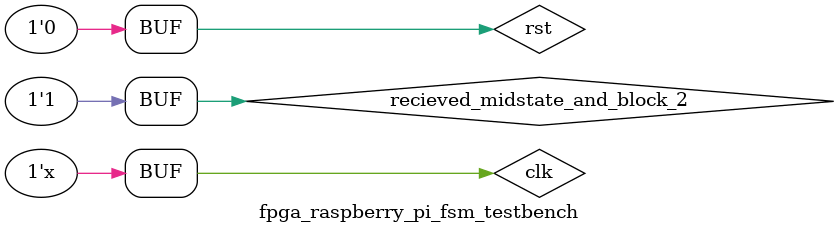
<source format=sv>
`timescale 1ns / 1ps


module fpga_raspberry_pi_fsm_testbench(

    );
    
    logic clk, rst, led, led_output, recieved_midstate_and_block_2;
    initial clk = 0;
    always #1 clk = ~clk;
    initial begin
        recieved_midstate_and_block_2 = 0;
        rst = 0;
        #1
        rst = 1;
        #1
        rst = 0;
        #10
        recieved_midstate_and_block_2 = 1;
    end
    
    fpga_raspberry_pi_fsm fpga_raspberry_pi_fsm_0(.clk(clk), .rst(rst), .recieved_midstate_and_block_2(recieved_midstate_and_block_2));
endmodule

</source>
